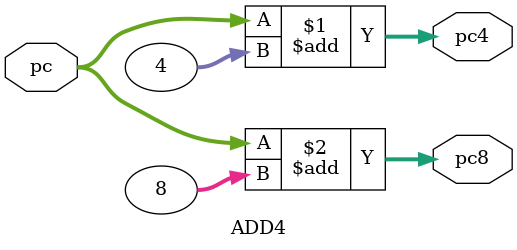
<source format=v>
`timescale 1ns / 1ps
module ADD4(
	input [31:0] 	pc,
	output [31:0] 	pc4,
	output [31:0]	pc8
    );
	 
	 assign pc4 = pc+4;
	 assign pc8 = pc+8;


endmodule

</source>
